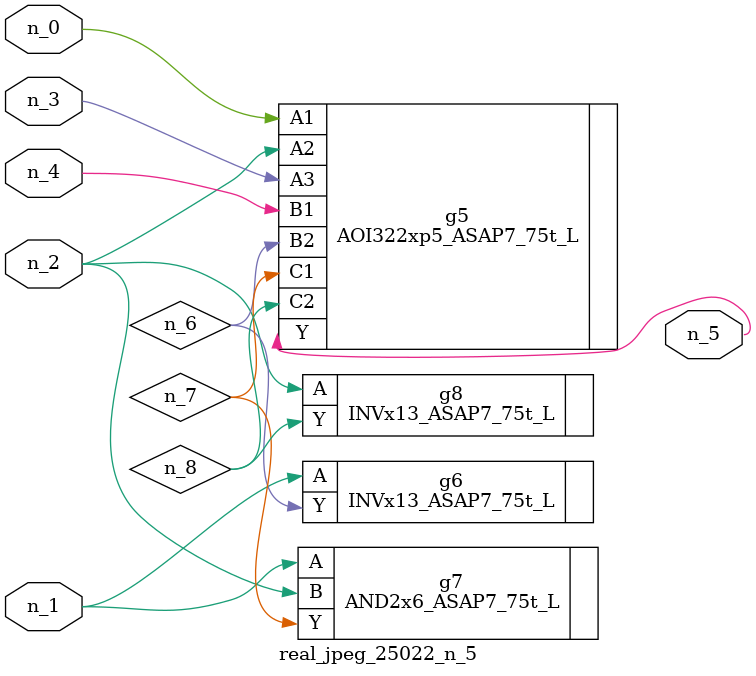
<source format=v>
module real_jpeg_25022_n_5 (n_4, n_0, n_1, n_2, n_3, n_5);

input n_4;
input n_0;
input n_1;
input n_2;
input n_3;

output n_5;

wire n_8;
wire n_6;
wire n_7;

AOI322xp5_ASAP7_75t_L g5 ( 
.A1(n_0),
.A2(n_2),
.A3(n_3),
.B1(n_4),
.B2(n_6),
.C1(n_7),
.C2(n_8),
.Y(n_5)
);

INVx13_ASAP7_75t_L g6 ( 
.A(n_1),
.Y(n_6)
);

AND2x6_ASAP7_75t_L g7 ( 
.A(n_1),
.B(n_2),
.Y(n_7)
);

INVx13_ASAP7_75t_L g8 ( 
.A(n_2),
.Y(n_8)
);


endmodule
</source>
